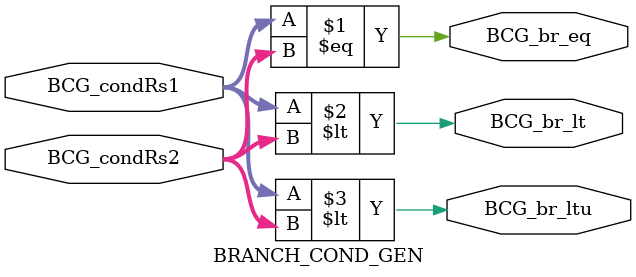
<source format=sv>
`timescale 1ns / 1ps

module BRANCH_COND_GEN(
    input logic [31:0] BCG_condRs1,
    input logic [31:0] BCG_condRs2,
    output logic BCG_br_eq,
    output logic BCG_br_lt,
    output logic BCG_br_ltu
    );
    assign BCG_br_eq = (BCG_condRs1 == BCG_condRs2);
    assign BCG_br_lt = ($signed(BCG_condRs1) < $signed(BCG_condRs2)); 
    assign BCG_br_ltu = ($unsigned(BCG_condRs1) < $unsigned(BCG_condRs2));
//    always @(*) begin

//    if (BCG_condRs1 == BCG_condRs2) begin
//        BCG_br_eq = 1'b1;
//    end else begin
//        BCG_br_eq = 1'b0;
//    end
    
//    if ($signed(BCG_condRs1) < $signed(BCG_condRs2)) begin
//        BCG_br_lt = 1;
//    end else begin
//        BCG_br_lt = 0;
//    end
    
//    if ($unsigned(BCG_condRs1) < $unsigned(BCG_condRs2)) begin
//        BCG_br_ltu = 1;
//    end else begin
//        BCG_br_ltu = 0;
//    end
    
//    end
endmodule 
</source>
